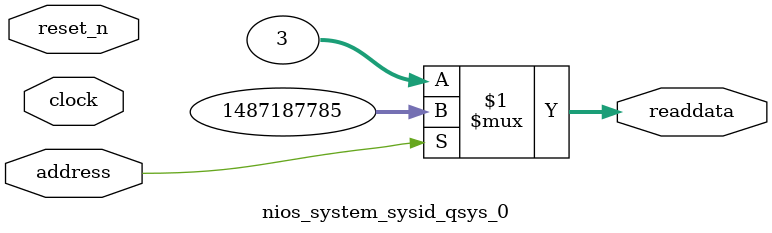
<source format=v>



// synthesis translate_off
`timescale 1ns / 1ps
// synthesis translate_on

// turn off superfluous verilog processor warnings 
// altera message_level Level1 
// altera message_off 10034 10035 10036 10037 10230 10240 10030 

module nios_system_sysid_qsys_0 (
               // inputs:
                address,
                clock,
                reset_n,

               // outputs:
                readdata
             )
;

  output  [ 31: 0] readdata;
  input            address;
  input            clock;
  input            reset_n;

  wire    [ 31: 0] readdata;
  //control_slave, which is an e_avalon_slave
  assign readdata = address ? 1487187785 : 3;

endmodule




</source>
